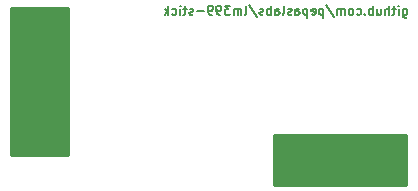
<source format=gbo>
G04 (created by PCBNEW (22-Jun-2014 BZR 4027)-stable) date Sun 29 Apr 2018 06:27:27 PM CDT*
%MOIN*%
G04 Gerber Fmt 3.4, Leading zero omitted, Abs format*
%FSLAX34Y34*%
G01*
G70*
G90*
G04 APERTURE LIST*
%ADD10C,0.00590551*%
%ADD11C,0.006*%
%ADD12C,0.01*%
G04 APERTURE END LIST*
G54D10*
G54D11*
X81600Y-53571D02*
X81600Y-53814D01*
X81614Y-53842D01*
X81628Y-53857D01*
X81657Y-53871D01*
X81700Y-53871D01*
X81728Y-53857D01*
X81600Y-53757D02*
X81628Y-53771D01*
X81685Y-53771D01*
X81714Y-53757D01*
X81728Y-53742D01*
X81742Y-53714D01*
X81742Y-53628D01*
X81728Y-53600D01*
X81714Y-53585D01*
X81685Y-53571D01*
X81628Y-53571D01*
X81600Y-53585D01*
X81457Y-53771D02*
X81457Y-53571D01*
X81457Y-53471D02*
X81471Y-53485D01*
X81457Y-53500D01*
X81442Y-53485D01*
X81457Y-53471D01*
X81457Y-53500D01*
X81357Y-53571D02*
X81242Y-53571D01*
X81314Y-53471D02*
X81314Y-53728D01*
X81300Y-53757D01*
X81271Y-53771D01*
X81242Y-53771D01*
X81142Y-53771D02*
X81142Y-53471D01*
X81014Y-53771D02*
X81014Y-53614D01*
X81028Y-53585D01*
X81057Y-53571D01*
X81100Y-53571D01*
X81128Y-53585D01*
X81142Y-53600D01*
X80742Y-53571D02*
X80742Y-53771D01*
X80871Y-53571D02*
X80871Y-53728D01*
X80857Y-53757D01*
X80828Y-53771D01*
X80785Y-53771D01*
X80757Y-53757D01*
X80742Y-53742D01*
X80600Y-53771D02*
X80600Y-53471D01*
X80600Y-53585D02*
X80571Y-53571D01*
X80514Y-53571D01*
X80485Y-53585D01*
X80471Y-53600D01*
X80457Y-53628D01*
X80457Y-53714D01*
X80471Y-53742D01*
X80485Y-53757D01*
X80514Y-53771D01*
X80571Y-53771D01*
X80600Y-53757D01*
X80328Y-53742D02*
X80314Y-53757D01*
X80328Y-53771D01*
X80342Y-53757D01*
X80328Y-53742D01*
X80328Y-53771D01*
X80057Y-53757D02*
X80085Y-53771D01*
X80142Y-53771D01*
X80171Y-53757D01*
X80185Y-53742D01*
X80200Y-53714D01*
X80200Y-53628D01*
X80185Y-53600D01*
X80171Y-53585D01*
X80142Y-53571D01*
X80085Y-53571D01*
X80057Y-53585D01*
X79885Y-53771D02*
X79914Y-53757D01*
X79928Y-53742D01*
X79942Y-53714D01*
X79942Y-53628D01*
X79928Y-53600D01*
X79914Y-53585D01*
X79885Y-53571D01*
X79842Y-53571D01*
X79814Y-53585D01*
X79800Y-53600D01*
X79785Y-53628D01*
X79785Y-53714D01*
X79800Y-53742D01*
X79814Y-53757D01*
X79842Y-53771D01*
X79885Y-53771D01*
X79657Y-53771D02*
X79657Y-53571D01*
X79657Y-53600D02*
X79642Y-53585D01*
X79614Y-53571D01*
X79571Y-53571D01*
X79542Y-53585D01*
X79528Y-53614D01*
X79528Y-53771D01*
X79528Y-53614D02*
X79514Y-53585D01*
X79485Y-53571D01*
X79442Y-53571D01*
X79414Y-53585D01*
X79400Y-53614D01*
X79400Y-53771D01*
X79042Y-53457D02*
X79300Y-53842D01*
X78942Y-53571D02*
X78942Y-53871D01*
X78942Y-53585D02*
X78914Y-53571D01*
X78857Y-53571D01*
X78828Y-53585D01*
X78814Y-53600D01*
X78799Y-53628D01*
X78799Y-53714D01*
X78814Y-53742D01*
X78828Y-53757D01*
X78857Y-53771D01*
X78914Y-53771D01*
X78942Y-53757D01*
X78557Y-53757D02*
X78585Y-53771D01*
X78642Y-53771D01*
X78671Y-53757D01*
X78685Y-53728D01*
X78685Y-53614D01*
X78671Y-53585D01*
X78642Y-53571D01*
X78585Y-53571D01*
X78557Y-53585D01*
X78542Y-53614D01*
X78542Y-53642D01*
X78685Y-53671D01*
X78414Y-53571D02*
X78414Y-53871D01*
X78414Y-53585D02*
X78385Y-53571D01*
X78328Y-53571D01*
X78299Y-53585D01*
X78285Y-53600D01*
X78271Y-53628D01*
X78271Y-53714D01*
X78285Y-53742D01*
X78299Y-53757D01*
X78328Y-53771D01*
X78385Y-53771D01*
X78414Y-53757D01*
X78014Y-53771D02*
X78014Y-53614D01*
X78028Y-53585D01*
X78057Y-53571D01*
X78114Y-53571D01*
X78142Y-53585D01*
X78014Y-53757D02*
X78042Y-53771D01*
X78114Y-53771D01*
X78142Y-53757D01*
X78157Y-53728D01*
X78157Y-53700D01*
X78142Y-53671D01*
X78114Y-53657D01*
X78042Y-53657D01*
X78014Y-53642D01*
X77885Y-53757D02*
X77857Y-53771D01*
X77799Y-53771D01*
X77771Y-53757D01*
X77757Y-53728D01*
X77757Y-53714D01*
X77771Y-53685D01*
X77799Y-53671D01*
X77842Y-53671D01*
X77871Y-53657D01*
X77885Y-53628D01*
X77885Y-53614D01*
X77871Y-53585D01*
X77842Y-53571D01*
X77799Y-53571D01*
X77771Y-53585D01*
X77585Y-53771D02*
X77614Y-53757D01*
X77628Y-53728D01*
X77628Y-53471D01*
X77342Y-53771D02*
X77342Y-53614D01*
X77357Y-53585D01*
X77385Y-53571D01*
X77442Y-53571D01*
X77471Y-53585D01*
X77342Y-53757D02*
X77371Y-53771D01*
X77442Y-53771D01*
X77471Y-53757D01*
X77485Y-53728D01*
X77485Y-53700D01*
X77471Y-53671D01*
X77442Y-53657D01*
X77371Y-53657D01*
X77342Y-53642D01*
X77199Y-53771D02*
X77199Y-53471D01*
X77199Y-53585D02*
X77171Y-53571D01*
X77114Y-53571D01*
X77085Y-53585D01*
X77071Y-53600D01*
X77057Y-53628D01*
X77057Y-53714D01*
X77071Y-53742D01*
X77085Y-53757D01*
X77114Y-53771D01*
X77171Y-53771D01*
X77199Y-53757D01*
X76942Y-53757D02*
X76914Y-53771D01*
X76857Y-53771D01*
X76828Y-53757D01*
X76814Y-53728D01*
X76814Y-53714D01*
X76828Y-53685D01*
X76857Y-53671D01*
X76899Y-53671D01*
X76928Y-53657D01*
X76942Y-53628D01*
X76942Y-53614D01*
X76928Y-53585D01*
X76899Y-53571D01*
X76857Y-53571D01*
X76828Y-53585D01*
X76471Y-53457D02*
X76728Y-53842D01*
X76328Y-53771D02*
X76357Y-53757D01*
X76371Y-53728D01*
X76371Y-53471D01*
X76214Y-53771D02*
X76214Y-53571D01*
X76214Y-53600D02*
X76199Y-53585D01*
X76171Y-53571D01*
X76128Y-53571D01*
X76099Y-53585D01*
X76085Y-53614D01*
X76085Y-53771D01*
X76085Y-53614D02*
X76071Y-53585D01*
X76042Y-53571D01*
X75999Y-53571D01*
X75971Y-53585D01*
X75957Y-53614D01*
X75957Y-53771D01*
X75842Y-53471D02*
X75657Y-53471D01*
X75757Y-53585D01*
X75714Y-53585D01*
X75685Y-53600D01*
X75671Y-53614D01*
X75657Y-53642D01*
X75657Y-53714D01*
X75671Y-53742D01*
X75685Y-53757D01*
X75714Y-53771D01*
X75799Y-53771D01*
X75828Y-53757D01*
X75842Y-53742D01*
X75514Y-53771D02*
X75457Y-53771D01*
X75428Y-53757D01*
X75414Y-53742D01*
X75385Y-53700D01*
X75371Y-53642D01*
X75371Y-53528D01*
X75385Y-53500D01*
X75399Y-53485D01*
X75428Y-53471D01*
X75485Y-53471D01*
X75514Y-53485D01*
X75528Y-53500D01*
X75542Y-53528D01*
X75542Y-53600D01*
X75528Y-53628D01*
X75514Y-53642D01*
X75485Y-53657D01*
X75428Y-53657D01*
X75399Y-53642D01*
X75385Y-53628D01*
X75371Y-53600D01*
X75228Y-53771D02*
X75171Y-53771D01*
X75142Y-53757D01*
X75128Y-53742D01*
X75099Y-53700D01*
X75085Y-53642D01*
X75085Y-53528D01*
X75099Y-53500D01*
X75114Y-53485D01*
X75142Y-53471D01*
X75199Y-53471D01*
X75228Y-53485D01*
X75242Y-53500D01*
X75257Y-53528D01*
X75257Y-53600D01*
X75242Y-53628D01*
X75228Y-53642D01*
X75199Y-53657D01*
X75142Y-53657D01*
X75114Y-53642D01*
X75099Y-53628D01*
X75085Y-53600D01*
X74957Y-53657D02*
X74728Y-53657D01*
X74599Y-53757D02*
X74571Y-53771D01*
X74514Y-53771D01*
X74485Y-53757D01*
X74471Y-53728D01*
X74471Y-53714D01*
X74485Y-53685D01*
X74514Y-53671D01*
X74557Y-53671D01*
X74585Y-53657D01*
X74599Y-53628D01*
X74599Y-53614D01*
X74585Y-53585D01*
X74557Y-53571D01*
X74514Y-53571D01*
X74485Y-53585D01*
X74385Y-53571D02*
X74271Y-53571D01*
X74342Y-53471D02*
X74342Y-53728D01*
X74328Y-53757D01*
X74299Y-53771D01*
X74271Y-53771D01*
X74171Y-53771D02*
X74171Y-53571D01*
X74171Y-53471D02*
X74185Y-53485D01*
X74171Y-53500D01*
X74157Y-53485D01*
X74171Y-53471D01*
X74171Y-53500D01*
X73899Y-53757D02*
X73928Y-53771D01*
X73985Y-53771D01*
X74014Y-53757D01*
X74028Y-53742D01*
X74042Y-53714D01*
X74042Y-53628D01*
X74028Y-53600D01*
X74014Y-53585D01*
X73985Y-53571D01*
X73928Y-53571D01*
X73899Y-53585D01*
X73771Y-53771D02*
X73771Y-53471D01*
X73742Y-53657D02*
X73657Y-53771D01*
X73657Y-53571D02*
X73771Y-53685D01*
G54D10*
G36*
X81700Y-59450D02*
X77300Y-59450D01*
X77300Y-57800D01*
X81700Y-57800D01*
X81700Y-59450D01*
X81700Y-59450D01*
G37*
G54D12*
X81700Y-59450D02*
X77300Y-59450D01*
X77300Y-57800D01*
X81700Y-57800D01*
X81700Y-59450D01*
G54D10*
G36*
X70450Y-58450D02*
X68550Y-58450D01*
X68550Y-53550D01*
X70450Y-53550D01*
X70450Y-58450D01*
X70450Y-58450D01*
G37*
G54D12*
X70450Y-58450D02*
X68550Y-58450D01*
X68550Y-53550D01*
X70450Y-53550D01*
X70450Y-58450D01*
M02*

</source>
